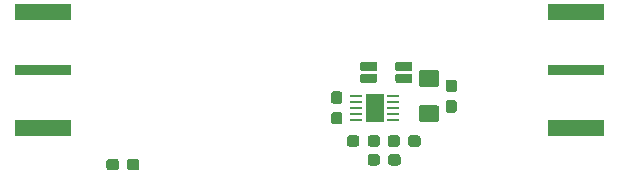
<source format=gbr>
G04 #@! TF.GenerationSoftware,KiCad,Pcbnew,(5.1.5)-3*
G04 #@! TF.CreationDate,2020-02-28T15:02:10-07:00*
G04 #@! TF.ProjectId,Straightener01,53747261-6967-4687-9465-6e657230312e,rev?*
G04 #@! TF.SameCoordinates,Original*
G04 #@! TF.FileFunction,Paste,Top*
G04 #@! TF.FilePolarity,Positive*
%FSLAX46Y46*%
G04 Gerber Fmt 4.6, Leading zero omitted, Abs format (unit mm)*
G04 Created by KiCad (PCBNEW (5.1.5)-3) date 2020-02-28 15:02:10*
%MOMM*%
%LPD*%
G04 APERTURE LIST*
%ADD10C,0.100000*%
%ADD11R,1.000000X0.250000*%
%ADD12R,1.650000X2.380000*%
%ADD13R,4.720000X0.860000*%
%ADD14R,4.720000X1.350000*%
G04 APERTURE END LIST*
D10*
G36*
X136081615Y-101115632D02*
G01*
X136094356Y-101117522D01*
X136106850Y-101120652D01*
X136118977Y-101124991D01*
X136130621Y-101130498D01*
X136141669Y-101137120D01*
X136152014Y-101144792D01*
X136161558Y-101153442D01*
X136170208Y-101162986D01*
X136177880Y-101173331D01*
X136184502Y-101184379D01*
X136190009Y-101196023D01*
X136194348Y-101208150D01*
X136197478Y-101220644D01*
X136199368Y-101233385D01*
X136200000Y-101246250D01*
X136200000Y-101733750D01*
X136199368Y-101746615D01*
X136197478Y-101759356D01*
X136194348Y-101771850D01*
X136190009Y-101783977D01*
X136184502Y-101795621D01*
X136177880Y-101806669D01*
X136170208Y-101817014D01*
X136161558Y-101826558D01*
X136152014Y-101835208D01*
X136141669Y-101842880D01*
X136130621Y-101849502D01*
X136118977Y-101855009D01*
X136106850Y-101859348D01*
X136094356Y-101862478D01*
X136081615Y-101864368D01*
X136068750Y-101865000D01*
X134906250Y-101865000D01*
X134893385Y-101864368D01*
X134880644Y-101862478D01*
X134868150Y-101859348D01*
X134856023Y-101855009D01*
X134844379Y-101849502D01*
X134833331Y-101842880D01*
X134822986Y-101835208D01*
X134813442Y-101826558D01*
X134804792Y-101817014D01*
X134797120Y-101806669D01*
X134790498Y-101795621D01*
X134784991Y-101783977D01*
X134780652Y-101771850D01*
X134777522Y-101759356D01*
X134775632Y-101746615D01*
X134775000Y-101733750D01*
X134775000Y-101246250D01*
X134775632Y-101233385D01*
X134777522Y-101220644D01*
X134780652Y-101208150D01*
X134784991Y-101196023D01*
X134790498Y-101184379D01*
X134797120Y-101173331D01*
X134804792Y-101162986D01*
X134813442Y-101153442D01*
X134822986Y-101144792D01*
X134833331Y-101137120D01*
X134844379Y-101130498D01*
X134856023Y-101124991D01*
X134868150Y-101120652D01*
X134880644Y-101117522D01*
X134893385Y-101115632D01*
X134906250Y-101115000D01*
X136068750Y-101115000D01*
X136081615Y-101115632D01*
G37*
G36*
X136081615Y-100115632D02*
G01*
X136094356Y-100117522D01*
X136106850Y-100120652D01*
X136118977Y-100124991D01*
X136130621Y-100130498D01*
X136141669Y-100137120D01*
X136152014Y-100144792D01*
X136161558Y-100153442D01*
X136170208Y-100162986D01*
X136177880Y-100173331D01*
X136184502Y-100184379D01*
X136190009Y-100196023D01*
X136194348Y-100208150D01*
X136197478Y-100220644D01*
X136199368Y-100233385D01*
X136200000Y-100246250D01*
X136200000Y-100733750D01*
X136199368Y-100746615D01*
X136197478Y-100759356D01*
X136194348Y-100771850D01*
X136190009Y-100783977D01*
X136184502Y-100795621D01*
X136177880Y-100806669D01*
X136170208Y-100817014D01*
X136161558Y-100826558D01*
X136152014Y-100835208D01*
X136141669Y-100842880D01*
X136130621Y-100849502D01*
X136118977Y-100855009D01*
X136106850Y-100859348D01*
X136094356Y-100862478D01*
X136081615Y-100864368D01*
X136068750Y-100865000D01*
X134906250Y-100865000D01*
X134893385Y-100864368D01*
X134880644Y-100862478D01*
X134868150Y-100859348D01*
X134856023Y-100855009D01*
X134844379Y-100849502D01*
X134833331Y-100842880D01*
X134822986Y-100835208D01*
X134813442Y-100826558D01*
X134804792Y-100817014D01*
X134797120Y-100806669D01*
X134790498Y-100795621D01*
X134784991Y-100783977D01*
X134780652Y-100771850D01*
X134777522Y-100759356D01*
X134775632Y-100746615D01*
X134775000Y-100733750D01*
X134775000Y-100246250D01*
X134775632Y-100233385D01*
X134777522Y-100220644D01*
X134780652Y-100208150D01*
X134784991Y-100196023D01*
X134790498Y-100184379D01*
X134797120Y-100173331D01*
X134804792Y-100162986D01*
X134813442Y-100153442D01*
X134822986Y-100144792D01*
X134833331Y-100137120D01*
X134844379Y-100130498D01*
X134856023Y-100124991D01*
X134868150Y-100120652D01*
X134880644Y-100117522D01*
X134893385Y-100115632D01*
X134906250Y-100115000D01*
X136068750Y-100115000D01*
X136081615Y-100115632D01*
G37*
G36*
X133106615Y-101115632D02*
G01*
X133119356Y-101117522D01*
X133131850Y-101120652D01*
X133143977Y-101124991D01*
X133155621Y-101130498D01*
X133166669Y-101137120D01*
X133177014Y-101144792D01*
X133186558Y-101153442D01*
X133195208Y-101162986D01*
X133202880Y-101173331D01*
X133209502Y-101184379D01*
X133215009Y-101196023D01*
X133219348Y-101208150D01*
X133222478Y-101220644D01*
X133224368Y-101233385D01*
X133225000Y-101246250D01*
X133225000Y-101733750D01*
X133224368Y-101746615D01*
X133222478Y-101759356D01*
X133219348Y-101771850D01*
X133215009Y-101783977D01*
X133209502Y-101795621D01*
X133202880Y-101806669D01*
X133195208Y-101817014D01*
X133186558Y-101826558D01*
X133177014Y-101835208D01*
X133166669Y-101842880D01*
X133155621Y-101849502D01*
X133143977Y-101855009D01*
X133131850Y-101859348D01*
X133119356Y-101862478D01*
X133106615Y-101864368D01*
X133093750Y-101865000D01*
X131931250Y-101865000D01*
X131918385Y-101864368D01*
X131905644Y-101862478D01*
X131893150Y-101859348D01*
X131881023Y-101855009D01*
X131869379Y-101849502D01*
X131858331Y-101842880D01*
X131847986Y-101835208D01*
X131838442Y-101826558D01*
X131829792Y-101817014D01*
X131822120Y-101806669D01*
X131815498Y-101795621D01*
X131809991Y-101783977D01*
X131805652Y-101771850D01*
X131802522Y-101759356D01*
X131800632Y-101746615D01*
X131800000Y-101733750D01*
X131800000Y-101246250D01*
X131800632Y-101233385D01*
X131802522Y-101220644D01*
X131805652Y-101208150D01*
X131809991Y-101196023D01*
X131815498Y-101184379D01*
X131822120Y-101173331D01*
X131829792Y-101162986D01*
X131838442Y-101153442D01*
X131847986Y-101144792D01*
X131858331Y-101137120D01*
X131869379Y-101130498D01*
X131881023Y-101124991D01*
X131893150Y-101120652D01*
X131905644Y-101117522D01*
X131918385Y-101115632D01*
X131931250Y-101115000D01*
X133093750Y-101115000D01*
X133106615Y-101115632D01*
G37*
G36*
X133106615Y-100115632D02*
G01*
X133119356Y-100117522D01*
X133131850Y-100120652D01*
X133143977Y-100124991D01*
X133155621Y-100130498D01*
X133166669Y-100137120D01*
X133177014Y-100144792D01*
X133186558Y-100153442D01*
X133195208Y-100162986D01*
X133202880Y-100173331D01*
X133209502Y-100184379D01*
X133215009Y-100196023D01*
X133219348Y-100208150D01*
X133222478Y-100220644D01*
X133224368Y-100233385D01*
X133225000Y-100246250D01*
X133225000Y-100733750D01*
X133224368Y-100746615D01*
X133222478Y-100759356D01*
X133219348Y-100771850D01*
X133215009Y-100783977D01*
X133209502Y-100795621D01*
X133202880Y-100806669D01*
X133195208Y-100817014D01*
X133186558Y-100826558D01*
X133177014Y-100835208D01*
X133166669Y-100842880D01*
X133155621Y-100849502D01*
X133143977Y-100855009D01*
X133131850Y-100859348D01*
X133119356Y-100862478D01*
X133106615Y-100864368D01*
X133093750Y-100865000D01*
X131931250Y-100865000D01*
X131918385Y-100864368D01*
X131905644Y-100862478D01*
X131893150Y-100859348D01*
X131881023Y-100855009D01*
X131869379Y-100849502D01*
X131858331Y-100842880D01*
X131847986Y-100835208D01*
X131838442Y-100826558D01*
X131829792Y-100817014D01*
X131822120Y-100806669D01*
X131815498Y-100795621D01*
X131809991Y-100783977D01*
X131805652Y-100771850D01*
X131802522Y-100759356D01*
X131800632Y-100746615D01*
X131800000Y-100733750D01*
X131800000Y-100246250D01*
X131800632Y-100233385D01*
X131802522Y-100220644D01*
X131805652Y-100208150D01*
X131809991Y-100196023D01*
X131815498Y-100184379D01*
X131822120Y-100173331D01*
X131829792Y-100162986D01*
X131838442Y-100153442D01*
X131847986Y-100144792D01*
X131858331Y-100137120D01*
X131869379Y-100130498D01*
X131881023Y-100124991D01*
X131893150Y-100120652D01*
X131905644Y-100117522D01*
X131918385Y-100115632D01*
X131931250Y-100115000D01*
X133093750Y-100115000D01*
X133106615Y-100115632D01*
G37*
G36*
X138250069Y-100801201D02*
G01*
X138274276Y-100804792D01*
X138298015Y-100810738D01*
X138321057Y-100818982D01*
X138343180Y-100829446D01*
X138364171Y-100842027D01*
X138383827Y-100856605D01*
X138401960Y-100873040D01*
X138418395Y-100891173D01*
X138432973Y-100910829D01*
X138445554Y-100931820D01*
X138456018Y-100953943D01*
X138464262Y-100976985D01*
X138470208Y-101000724D01*
X138473799Y-101024931D01*
X138475000Y-101049374D01*
X138475000Y-101975626D01*
X138473799Y-102000069D01*
X138470208Y-102024276D01*
X138464262Y-102048015D01*
X138456018Y-102071057D01*
X138445554Y-102093180D01*
X138432973Y-102114171D01*
X138418395Y-102133827D01*
X138401960Y-102151960D01*
X138383827Y-102168395D01*
X138364171Y-102182973D01*
X138343180Y-102195554D01*
X138321057Y-102206018D01*
X138298015Y-102214262D01*
X138274276Y-102220208D01*
X138250069Y-102223799D01*
X138225626Y-102225000D01*
X136974374Y-102225000D01*
X136949931Y-102223799D01*
X136925724Y-102220208D01*
X136901985Y-102214262D01*
X136878943Y-102206018D01*
X136856820Y-102195554D01*
X136835829Y-102182973D01*
X136816173Y-102168395D01*
X136798040Y-102151960D01*
X136781605Y-102133827D01*
X136767027Y-102114171D01*
X136754446Y-102093180D01*
X136743982Y-102071057D01*
X136735738Y-102048015D01*
X136729792Y-102024276D01*
X136726201Y-102000069D01*
X136725000Y-101975626D01*
X136725000Y-101049374D01*
X136726201Y-101024931D01*
X136729792Y-101000724D01*
X136735738Y-100976985D01*
X136743982Y-100953943D01*
X136754446Y-100931820D01*
X136767027Y-100910829D01*
X136781605Y-100891173D01*
X136798040Y-100873040D01*
X136816173Y-100856605D01*
X136835829Y-100842027D01*
X136856820Y-100829446D01*
X136878943Y-100818982D01*
X136901985Y-100810738D01*
X136925724Y-100804792D01*
X136949931Y-100801201D01*
X136974374Y-100800000D01*
X138225626Y-100800000D01*
X138250069Y-100801201D01*
G37*
G36*
X138249504Y-103776204D02*
G01*
X138273773Y-103779804D01*
X138297571Y-103785765D01*
X138320671Y-103794030D01*
X138342849Y-103804520D01*
X138363893Y-103817133D01*
X138383598Y-103831747D01*
X138401777Y-103848223D01*
X138418253Y-103866402D01*
X138432867Y-103886107D01*
X138445480Y-103907151D01*
X138455970Y-103929329D01*
X138464235Y-103952429D01*
X138470196Y-103976227D01*
X138473796Y-104000496D01*
X138475000Y-104025000D01*
X138475000Y-104950000D01*
X138473796Y-104974504D01*
X138470196Y-104998773D01*
X138464235Y-105022571D01*
X138455970Y-105045671D01*
X138445480Y-105067849D01*
X138432867Y-105088893D01*
X138418253Y-105108598D01*
X138401777Y-105126777D01*
X138383598Y-105143253D01*
X138363893Y-105157867D01*
X138342849Y-105170480D01*
X138320671Y-105180970D01*
X138297571Y-105189235D01*
X138273773Y-105195196D01*
X138249504Y-105198796D01*
X138225000Y-105200000D01*
X136975000Y-105200000D01*
X136950496Y-105198796D01*
X136926227Y-105195196D01*
X136902429Y-105189235D01*
X136879329Y-105180970D01*
X136857151Y-105170480D01*
X136836107Y-105157867D01*
X136816402Y-105143253D01*
X136798223Y-105126777D01*
X136781747Y-105108598D01*
X136767133Y-105088893D01*
X136754520Y-105067849D01*
X136744030Y-105045671D01*
X136735765Y-105022571D01*
X136729804Y-104998773D01*
X136726204Y-104974504D01*
X136725000Y-104950000D01*
X136725000Y-104025000D01*
X136726204Y-104000496D01*
X136729804Y-103976227D01*
X136735765Y-103952429D01*
X136744030Y-103929329D01*
X136754520Y-103907151D01*
X136767133Y-103886107D01*
X136781747Y-103866402D01*
X136798223Y-103848223D01*
X136816402Y-103831747D01*
X136836107Y-103817133D01*
X136857151Y-103804520D01*
X136879329Y-103794030D01*
X136902429Y-103785765D01*
X136926227Y-103779804D01*
X136950496Y-103776204D01*
X136975000Y-103775000D01*
X138225000Y-103775000D01*
X138249504Y-103776204D01*
G37*
D11*
X131475000Y-103000000D03*
X131475000Y-103500000D03*
X131475000Y-104000000D03*
X131475000Y-104500000D03*
X131475000Y-105000000D03*
X134525000Y-105000000D03*
X134525000Y-104500000D03*
X134525000Y-104000000D03*
X134525000Y-103500000D03*
X134525000Y-103000000D03*
D12*
X133000000Y-104000000D03*
D13*
X104900000Y-100800000D03*
D14*
X104900000Y-105725000D03*
X104900000Y-95875000D03*
X150100000Y-105725000D03*
X150100000Y-95875000D03*
D13*
X150100000Y-100800000D03*
D10*
G36*
X112885779Y-108326144D02*
G01*
X112908834Y-108329563D01*
X112931443Y-108335227D01*
X112953387Y-108343079D01*
X112974457Y-108353044D01*
X112994448Y-108365026D01*
X113013168Y-108378910D01*
X113030438Y-108394562D01*
X113046090Y-108411832D01*
X113059974Y-108430552D01*
X113071956Y-108450543D01*
X113081921Y-108471613D01*
X113089773Y-108493557D01*
X113095437Y-108516166D01*
X113098856Y-108539221D01*
X113100000Y-108562500D01*
X113100000Y-109037500D01*
X113098856Y-109060779D01*
X113095437Y-109083834D01*
X113089773Y-109106443D01*
X113081921Y-109128387D01*
X113071956Y-109149457D01*
X113059974Y-109169448D01*
X113046090Y-109188168D01*
X113030438Y-109205438D01*
X113013168Y-109221090D01*
X112994448Y-109234974D01*
X112974457Y-109246956D01*
X112953387Y-109256921D01*
X112931443Y-109264773D01*
X112908834Y-109270437D01*
X112885779Y-109273856D01*
X112862500Y-109275000D01*
X112287500Y-109275000D01*
X112264221Y-109273856D01*
X112241166Y-109270437D01*
X112218557Y-109264773D01*
X112196613Y-109256921D01*
X112175543Y-109246956D01*
X112155552Y-109234974D01*
X112136832Y-109221090D01*
X112119562Y-109205438D01*
X112103910Y-109188168D01*
X112090026Y-109169448D01*
X112078044Y-109149457D01*
X112068079Y-109128387D01*
X112060227Y-109106443D01*
X112054563Y-109083834D01*
X112051144Y-109060779D01*
X112050000Y-109037500D01*
X112050000Y-108562500D01*
X112051144Y-108539221D01*
X112054563Y-108516166D01*
X112060227Y-108493557D01*
X112068079Y-108471613D01*
X112078044Y-108450543D01*
X112090026Y-108430552D01*
X112103910Y-108411832D01*
X112119562Y-108394562D01*
X112136832Y-108378910D01*
X112155552Y-108365026D01*
X112175543Y-108353044D01*
X112196613Y-108343079D01*
X112218557Y-108335227D01*
X112241166Y-108329563D01*
X112264221Y-108326144D01*
X112287500Y-108325000D01*
X112862500Y-108325000D01*
X112885779Y-108326144D01*
G37*
G36*
X111135779Y-108326144D02*
G01*
X111158834Y-108329563D01*
X111181443Y-108335227D01*
X111203387Y-108343079D01*
X111224457Y-108353044D01*
X111244448Y-108365026D01*
X111263168Y-108378910D01*
X111280438Y-108394562D01*
X111296090Y-108411832D01*
X111309974Y-108430552D01*
X111321956Y-108450543D01*
X111331921Y-108471613D01*
X111339773Y-108493557D01*
X111345437Y-108516166D01*
X111348856Y-108539221D01*
X111350000Y-108562500D01*
X111350000Y-109037500D01*
X111348856Y-109060779D01*
X111345437Y-109083834D01*
X111339773Y-109106443D01*
X111331921Y-109128387D01*
X111321956Y-109149457D01*
X111309974Y-109169448D01*
X111296090Y-109188168D01*
X111280438Y-109205438D01*
X111263168Y-109221090D01*
X111244448Y-109234974D01*
X111224457Y-109246956D01*
X111203387Y-109256921D01*
X111181443Y-109264773D01*
X111158834Y-109270437D01*
X111135779Y-109273856D01*
X111112500Y-109275000D01*
X110537500Y-109275000D01*
X110514221Y-109273856D01*
X110491166Y-109270437D01*
X110468557Y-109264773D01*
X110446613Y-109256921D01*
X110425543Y-109246956D01*
X110405552Y-109234974D01*
X110386832Y-109221090D01*
X110369562Y-109205438D01*
X110353910Y-109188168D01*
X110340026Y-109169448D01*
X110328044Y-109149457D01*
X110318079Y-109128387D01*
X110310227Y-109106443D01*
X110304563Y-109083834D01*
X110301144Y-109060779D01*
X110300000Y-109037500D01*
X110300000Y-108562500D01*
X110301144Y-108539221D01*
X110304563Y-108516166D01*
X110310227Y-108493557D01*
X110318079Y-108471613D01*
X110328044Y-108450543D01*
X110340026Y-108430552D01*
X110353910Y-108411832D01*
X110369562Y-108394562D01*
X110386832Y-108378910D01*
X110405552Y-108365026D01*
X110425543Y-108353044D01*
X110446613Y-108343079D01*
X110468557Y-108335227D01*
X110491166Y-108329563D01*
X110514221Y-108326144D01*
X110537500Y-108325000D01*
X111112500Y-108325000D01*
X111135779Y-108326144D01*
G37*
G36*
X130060779Y-102601144D02*
G01*
X130083834Y-102604563D01*
X130106443Y-102610227D01*
X130128387Y-102618079D01*
X130149457Y-102628044D01*
X130169448Y-102640026D01*
X130188168Y-102653910D01*
X130205438Y-102669562D01*
X130221090Y-102686832D01*
X130234974Y-102705552D01*
X130246956Y-102725543D01*
X130256921Y-102746613D01*
X130264773Y-102768557D01*
X130270437Y-102791166D01*
X130273856Y-102814221D01*
X130275000Y-102837500D01*
X130275000Y-103412500D01*
X130273856Y-103435779D01*
X130270437Y-103458834D01*
X130264773Y-103481443D01*
X130256921Y-103503387D01*
X130246956Y-103524457D01*
X130234974Y-103544448D01*
X130221090Y-103563168D01*
X130205438Y-103580438D01*
X130188168Y-103596090D01*
X130169448Y-103609974D01*
X130149457Y-103621956D01*
X130128387Y-103631921D01*
X130106443Y-103639773D01*
X130083834Y-103645437D01*
X130060779Y-103648856D01*
X130037500Y-103650000D01*
X129562500Y-103650000D01*
X129539221Y-103648856D01*
X129516166Y-103645437D01*
X129493557Y-103639773D01*
X129471613Y-103631921D01*
X129450543Y-103621956D01*
X129430552Y-103609974D01*
X129411832Y-103596090D01*
X129394562Y-103580438D01*
X129378910Y-103563168D01*
X129365026Y-103544448D01*
X129353044Y-103524457D01*
X129343079Y-103503387D01*
X129335227Y-103481443D01*
X129329563Y-103458834D01*
X129326144Y-103435779D01*
X129325000Y-103412500D01*
X129325000Y-102837500D01*
X129326144Y-102814221D01*
X129329563Y-102791166D01*
X129335227Y-102768557D01*
X129343079Y-102746613D01*
X129353044Y-102725543D01*
X129365026Y-102705552D01*
X129378910Y-102686832D01*
X129394562Y-102669562D01*
X129411832Y-102653910D01*
X129430552Y-102640026D01*
X129450543Y-102628044D01*
X129471613Y-102618079D01*
X129493557Y-102610227D01*
X129516166Y-102604563D01*
X129539221Y-102601144D01*
X129562500Y-102600000D01*
X130037500Y-102600000D01*
X130060779Y-102601144D01*
G37*
G36*
X130060779Y-104351144D02*
G01*
X130083834Y-104354563D01*
X130106443Y-104360227D01*
X130128387Y-104368079D01*
X130149457Y-104378044D01*
X130169448Y-104390026D01*
X130188168Y-104403910D01*
X130205438Y-104419562D01*
X130221090Y-104436832D01*
X130234974Y-104455552D01*
X130246956Y-104475543D01*
X130256921Y-104496613D01*
X130264773Y-104518557D01*
X130270437Y-104541166D01*
X130273856Y-104564221D01*
X130275000Y-104587500D01*
X130275000Y-105162500D01*
X130273856Y-105185779D01*
X130270437Y-105208834D01*
X130264773Y-105231443D01*
X130256921Y-105253387D01*
X130246956Y-105274457D01*
X130234974Y-105294448D01*
X130221090Y-105313168D01*
X130205438Y-105330438D01*
X130188168Y-105346090D01*
X130169448Y-105359974D01*
X130149457Y-105371956D01*
X130128387Y-105381921D01*
X130106443Y-105389773D01*
X130083834Y-105395437D01*
X130060779Y-105398856D01*
X130037500Y-105400000D01*
X129562500Y-105400000D01*
X129539221Y-105398856D01*
X129516166Y-105395437D01*
X129493557Y-105389773D01*
X129471613Y-105381921D01*
X129450543Y-105371956D01*
X129430552Y-105359974D01*
X129411832Y-105346090D01*
X129394562Y-105330438D01*
X129378910Y-105313168D01*
X129365026Y-105294448D01*
X129353044Y-105274457D01*
X129343079Y-105253387D01*
X129335227Y-105231443D01*
X129329563Y-105208834D01*
X129326144Y-105185779D01*
X129325000Y-105162500D01*
X129325000Y-104587500D01*
X129326144Y-104564221D01*
X129329563Y-104541166D01*
X129335227Y-104518557D01*
X129343079Y-104496613D01*
X129353044Y-104475543D01*
X129365026Y-104455552D01*
X129378910Y-104436832D01*
X129394562Y-104419562D01*
X129411832Y-104403910D01*
X129430552Y-104390026D01*
X129450543Y-104378044D01*
X129471613Y-104368079D01*
X129493557Y-104360227D01*
X129516166Y-104354563D01*
X129539221Y-104351144D01*
X129562500Y-104350000D01*
X130037500Y-104350000D01*
X130060779Y-104351144D01*
G37*
G36*
X133245779Y-106326144D02*
G01*
X133268834Y-106329563D01*
X133291443Y-106335227D01*
X133313387Y-106343079D01*
X133334457Y-106353044D01*
X133354448Y-106365026D01*
X133373168Y-106378910D01*
X133390438Y-106394562D01*
X133406090Y-106411832D01*
X133419974Y-106430552D01*
X133431956Y-106450543D01*
X133441921Y-106471613D01*
X133449773Y-106493557D01*
X133455437Y-106516166D01*
X133458856Y-106539221D01*
X133460000Y-106562500D01*
X133460000Y-107037500D01*
X133458856Y-107060779D01*
X133455437Y-107083834D01*
X133449773Y-107106443D01*
X133441921Y-107128387D01*
X133431956Y-107149457D01*
X133419974Y-107169448D01*
X133406090Y-107188168D01*
X133390438Y-107205438D01*
X133373168Y-107221090D01*
X133354448Y-107234974D01*
X133334457Y-107246956D01*
X133313387Y-107256921D01*
X133291443Y-107264773D01*
X133268834Y-107270437D01*
X133245779Y-107273856D01*
X133222500Y-107275000D01*
X132647500Y-107275000D01*
X132624221Y-107273856D01*
X132601166Y-107270437D01*
X132578557Y-107264773D01*
X132556613Y-107256921D01*
X132535543Y-107246956D01*
X132515552Y-107234974D01*
X132496832Y-107221090D01*
X132479562Y-107205438D01*
X132463910Y-107188168D01*
X132450026Y-107169448D01*
X132438044Y-107149457D01*
X132428079Y-107128387D01*
X132420227Y-107106443D01*
X132414563Y-107083834D01*
X132411144Y-107060779D01*
X132410000Y-107037500D01*
X132410000Y-106562500D01*
X132411144Y-106539221D01*
X132414563Y-106516166D01*
X132420227Y-106493557D01*
X132428079Y-106471613D01*
X132438044Y-106450543D01*
X132450026Y-106430552D01*
X132463910Y-106411832D01*
X132479562Y-106394562D01*
X132496832Y-106378910D01*
X132515552Y-106365026D01*
X132535543Y-106353044D01*
X132556613Y-106343079D01*
X132578557Y-106335227D01*
X132601166Y-106329563D01*
X132624221Y-106326144D01*
X132647500Y-106325000D01*
X133222500Y-106325000D01*
X133245779Y-106326144D01*
G37*
G36*
X131495779Y-106326144D02*
G01*
X131518834Y-106329563D01*
X131541443Y-106335227D01*
X131563387Y-106343079D01*
X131584457Y-106353044D01*
X131604448Y-106365026D01*
X131623168Y-106378910D01*
X131640438Y-106394562D01*
X131656090Y-106411832D01*
X131669974Y-106430552D01*
X131681956Y-106450543D01*
X131691921Y-106471613D01*
X131699773Y-106493557D01*
X131705437Y-106516166D01*
X131708856Y-106539221D01*
X131710000Y-106562500D01*
X131710000Y-107037500D01*
X131708856Y-107060779D01*
X131705437Y-107083834D01*
X131699773Y-107106443D01*
X131691921Y-107128387D01*
X131681956Y-107149457D01*
X131669974Y-107169448D01*
X131656090Y-107188168D01*
X131640438Y-107205438D01*
X131623168Y-107221090D01*
X131604448Y-107234974D01*
X131584457Y-107246956D01*
X131563387Y-107256921D01*
X131541443Y-107264773D01*
X131518834Y-107270437D01*
X131495779Y-107273856D01*
X131472500Y-107275000D01*
X130897500Y-107275000D01*
X130874221Y-107273856D01*
X130851166Y-107270437D01*
X130828557Y-107264773D01*
X130806613Y-107256921D01*
X130785543Y-107246956D01*
X130765552Y-107234974D01*
X130746832Y-107221090D01*
X130729562Y-107205438D01*
X130713910Y-107188168D01*
X130700026Y-107169448D01*
X130688044Y-107149457D01*
X130678079Y-107128387D01*
X130670227Y-107106443D01*
X130664563Y-107083834D01*
X130661144Y-107060779D01*
X130660000Y-107037500D01*
X130660000Y-106562500D01*
X130661144Y-106539221D01*
X130664563Y-106516166D01*
X130670227Y-106493557D01*
X130678079Y-106471613D01*
X130688044Y-106450543D01*
X130700026Y-106430552D01*
X130713910Y-106411832D01*
X130729562Y-106394562D01*
X130746832Y-106378910D01*
X130765552Y-106365026D01*
X130785543Y-106353044D01*
X130806613Y-106343079D01*
X130828557Y-106335227D01*
X130851166Y-106329563D01*
X130874221Y-106326144D01*
X130897500Y-106325000D01*
X131472500Y-106325000D01*
X131495779Y-106326144D01*
G37*
G36*
X139760779Y-103351144D02*
G01*
X139783834Y-103354563D01*
X139806443Y-103360227D01*
X139828387Y-103368079D01*
X139849457Y-103378044D01*
X139869448Y-103390026D01*
X139888168Y-103403910D01*
X139905438Y-103419562D01*
X139921090Y-103436832D01*
X139934974Y-103455552D01*
X139946956Y-103475543D01*
X139956921Y-103496613D01*
X139964773Y-103518557D01*
X139970437Y-103541166D01*
X139973856Y-103564221D01*
X139975000Y-103587500D01*
X139975000Y-104162500D01*
X139973856Y-104185779D01*
X139970437Y-104208834D01*
X139964773Y-104231443D01*
X139956921Y-104253387D01*
X139946956Y-104274457D01*
X139934974Y-104294448D01*
X139921090Y-104313168D01*
X139905438Y-104330438D01*
X139888168Y-104346090D01*
X139869448Y-104359974D01*
X139849457Y-104371956D01*
X139828387Y-104381921D01*
X139806443Y-104389773D01*
X139783834Y-104395437D01*
X139760779Y-104398856D01*
X139737500Y-104400000D01*
X139262500Y-104400000D01*
X139239221Y-104398856D01*
X139216166Y-104395437D01*
X139193557Y-104389773D01*
X139171613Y-104381921D01*
X139150543Y-104371956D01*
X139130552Y-104359974D01*
X139111832Y-104346090D01*
X139094562Y-104330438D01*
X139078910Y-104313168D01*
X139065026Y-104294448D01*
X139053044Y-104274457D01*
X139043079Y-104253387D01*
X139035227Y-104231443D01*
X139029563Y-104208834D01*
X139026144Y-104185779D01*
X139025000Y-104162500D01*
X139025000Y-103587500D01*
X139026144Y-103564221D01*
X139029563Y-103541166D01*
X139035227Y-103518557D01*
X139043079Y-103496613D01*
X139053044Y-103475543D01*
X139065026Y-103455552D01*
X139078910Y-103436832D01*
X139094562Y-103419562D01*
X139111832Y-103403910D01*
X139130552Y-103390026D01*
X139150543Y-103378044D01*
X139171613Y-103368079D01*
X139193557Y-103360227D01*
X139216166Y-103354563D01*
X139239221Y-103351144D01*
X139262500Y-103350000D01*
X139737500Y-103350000D01*
X139760779Y-103351144D01*
G37*
G36*
X139760779Y-101601144D02*
G01*
X139783834Y-101604563D01*
X139806443Y-101610227D01*
X139828387Y-101618079D01*
X139849457Y-101628044D01*
X139869448Y-101640026D01*
X139888168Y-101653910D01*
X139905438Y-101669562D01*
X139921090Y-101686832D01*
X139934974Y-101705552D01*
X139946956Y-101725543D01*
X139956921Y-101746613D01*
X139964773Y-101768557D01*
X139970437Y-101791166D01*
X139973856Y-101814221D01*
X139975000Y-101837500D01*
X139975000Y-102412500D01*
X139973856Y-102435779D01*
X139970437Y-102458834D01*
X139964773Y-102481443D01*
X139956921Y-102503387D01*
X139946956Y-102524457D01*
X139934974Y-102544448D01*
X139921090Y-102563168D01*
X139905438Y-102580438D01*
X139888168Y-102596090D01*
X139869448Y-102609974D01*
X139849457Y-102621956D01*
X139828387Y-102631921D01*
X139806443Y-102639773D01*
X139783834Y-102645437D01*
X139760779Y-102648856D01*
X139737500Y-102650000D01*
X139262500Y-102650000D01*
X139239221Y-102648856D01*
X139216166Y-102645437D01*
X139193557Y-102639773D01*
X139171613Y-102631921D01*
X139150543Y-102621956D01*
X139130552Y-102609974D01*
X139111832Y-102596090D01*
X139094562Y-102580438D01*
X139078910Y-102563168D01*
X139065026Y-102544448D01*
X139053044Y-102524457D01*
X139043079Y-102503387D01*
X139035227Y-102481443D01*
X139029563Y-102458834D01*
X139026144Y-102435779D01*
X139025000Y-102412500D01*
X139025000Y-101837500D01*
X139026144Y-101814221D01*
X139029563Y-101791166D01*
X139035227Y-101768557D01*
X139043079Y-101746613D01*
X139053044Y-101725543D01*
X139065026Y-101705552D01*
X139078910Y-101686832D01*
X139094562Y-101669562D01*
X139111832Y-101653910D01*
X139130552Y-101640026D01*
X139150543Y-101628044D01*
X139171613Y-101618079D01*
X139193557Y-101610227D01*
X139216166Y-101604563D01*
X139239221Y-101601144D01*
X139262500Y-101600000D01*
X139737500Y-101600000D01*
X139760779Y-101601144D01*
G37*
G36*
X134935779Y-106326144D02*
G01*
X134958834Y-106329563D01*
X134981443Y-106335227D01*
X135003387Y-106343079D01*
X135024457Y-106353044D01*
X135044448Y-106365026D01*
X135063168Y-106378910D01*
X135080438Y-106394562D01*
X135096090Y-106411832D01*
X135109974Y-106430552D01*
X135121956Y-106450543D01*
X135131921Y-106471613D01*
X135139773Y-106493557D01*
X135145437Y-106516166D01*
X135148856Y-106539221D01*
X135150000Y-106562500D01*
X135150000Y-107037500D01*
X135148856Y-107060779D01*
X135145437Y-107083834D01*
X135139773Y-107106443D01*
X135131921Y-107128387D01*
X135121956Y-107149457D01*
X135109974Y-107169448D01*
X135096090Y-107188168D01*
X135080438Y-107205438D01*
X135063168Y-107221090D01*
X135044448Y-107234974D01*
X135024457Y-107246956D01*
X135003387Y-107256921D01*
X134981443Y-107264773D01*
X134958834Y-107270437D01*
X134935779Y-107273856D01*
X134912500Y-107275000D01*
X134337500Y-107275000D01*
X134314221Y-107273856D01*
X134291166Y-107270437D01*
X134268557Y-107264773D01*
X134246613Y-107256921D01*
X134225543Y-107246956D01*
X134205552Y-107234974D01*
X134186832Y-107221090D01*
X134169562Y-107205438D01*
X134153910Y-107188168D01*
X134140026Y-107169448D01*
X134128044Y-107149457D01*
X134118079Y-107128387D01*
X134110227Y-107106443D01*
X134104563Y-107083834D01*
X134101144Y-107060779D01*
X134100000Y-107037500D01*
X134100000Y-106562500D01*
X134101144Y-106539221D01*
X134104563Y-106516166D01*
X134110227Y-106493557D01*
X134118079Y-106471613D01*
X134128044Y-106450543D01*
X134140026Y-106430552D01*
X134153910Y-106411832D01*
X134169562Y-106394562D01*
X134186832Y-106378910D01*
X134205552Y-106365026D01*
X134225543Y-106353044D01*
X134246613Y-106343079D01*
X134268557Y-106335227D01*
X134291166Y-106329563D01*
X134314221Y-106326144D01*
X134337500Y-106325000D01*
X134912500Y-106325000D01*
X134935779Y-106326144D01*
G37*
G36*
X136685779Y-106326144D02*
G01*
X136708834Y-106329563D01*
X136731443Y-106335227D01*
X136753387Y-106343079D01*
X136774457Y-106353044D01*
X136794448Y-106365026D01*
X136813168Y-106378910D01*
X136830438Y-106394562D01*
X136846090Y-106411832D01*
X136859974Y-106430552D01*
X136871956Y-106450543D01*
X136881921Y-106471613D01*
X136889773Y-106493557D01*
X136895437Y-106516166D01*
X136898856Y-106539221D01*
X136900000Y-106562500D01*
X136900000Y-107037500D01*
X136898856Y-107060779D01*
X136895437Y-107083834D01*
X136889773Y-107106443D01*
X136881921Y-107128387D01*
X136871956Y-107149457D01*
X136859974Y-107169448D01*
X136846090Y-107188168D01*
X136830438Y-107205438D01*
X136813168Y-107221090D01*
X136794448Y-107234974D01*
X136774457Y-107246956D01*
X136753387Y-107256921D01*
X136731443Y-107264773D01*
X136708834Y-107270437D01*
X136685779Y-107273856D01*
X136662500Y-107275000D01*
X136087500Y-107275000D01*
X136064221Y-107273856D01*
X136041166Y-107270437D01*
X136018557Y-107264773D01*
X135996613Y-107256921D01*
X135975543Y-107246956D01*
X135955552Y-107234974D01*
X135936832Y-107221090D01*
X135919562Y-107205438D01*
X135903910Y-107188168D01*
X135890026Y-107169448D01*
X135878044Y-107149457D01*
X135868079Y-107128387D01*
X135860227Y-107106443D01*
X135854563Y-107083834D01*
X135851144Y-107060779D01*
X135850000Y-107037500D01*
X135850000Y-106562500D01*
X135851144Y-106539221D01*
X135854563Y-106516166D01*
X135860227Y-106493557D01*
X135868079Y-106471613D01*
X135878044Y-106450543D01*
X135890026Y-106430552D01*
X135903910Y-106411832D01*
X135919562Y-106394562D01*
X135936832Y-106378910D01*
X135955552Y-106365026D01*
X135975543Y-106353044D01*
X135996613Y-106343079D01*
X136018557Y-106335227D01*
X136041166Y-106329563D01*
X136064221Y-106326144D01*
X136087500Y-106325000D01*
X136662500Y-106325000D01*
X136685779Y-106326144D01*
G37*
G36*
X134995779Y-107926144D02*
G01*
X135018834Y-107929563D01*
X135041443Y-107935227D01*
X135063387Y-107943079D01*
X135084457Y-107953044D01*
X135104448Y-107965026D01*
X135123168Y-107978910D01*
X135140438Y-107994562D01*
X135156090Y-108011832D01*
X135169974Y-108030552D01*
X135181956Y-108050543D01*
X135191921Y-108071613D01*
X135199773Y-108093557D01*
X135205437Y-108116166D01*
X135208856Y-108139221D01*
X135210000Y-108162500D01*
X135210000Y-108637500D01*
X135208856Y-108660779D01*
X135205437Y-108683834D01*
X135199773Y-108706443D01*
X135191921Y-108728387D01*
X135181956Y-108749457D01*
X135169974Y-108769448D01*
X135156090Y-108788168D01*
X135140438Y-108805438D01*
X135123168Y-108821090D01*
X135104448Y-108834974D01*
X135084457Y-108846956D01*
X135063387Y-108856921D01*
X135041443Y-108864773D01*
X135018834Y-108870437D01*
X134995779Y-108873856D01*
X134972500Y-108875000D01*
X134397500Y-108875000D01*
X134374221Y-108873856D01*
X134351166Y-108870437D01*
X134328557Y-108864773D01*
X134306613Y-108856921D01*
X134285543Y-108846956D01*
X134265552Y-108834974D01*
X134246832Y-108821090D01*
X134229562Y-108805438D01*
X134213910Y-108788168D01*
X134200026Y-108769448D01*
X134188044Y-108749457D01*
X134178079Y-108728387D01*
X134170227Y-108706443D01*
X134164563Y-108683834D01*
X134161144Y-108660779D01*
X134160000Y-108637500D01*
X134160000Y-108162500D01*
X134161144Y-108139221D01*
X134164563Y-108116166D01*
X134170227Y-108093557D01*
X134178079Y-108071613D01*
X134188044Y-108050543D01*
X134200026Y-108030552D01*
X134213910Y-108011832D01*
X134229562Y-107994562D01*
X134246832Y-107978910D01*
X134265552Y-107965026D01*
X134285543Y-107953044D01*
X134306613Y-107943079D01*
X134328557Y-107935227D01*
X134351166Y-107929563D01*
X134374221Y-107926144D01*
X134397500Y-107925000D01*
X134972500Y-107925000D01*
X134995779Y-107926144D01*
G37*
G36*
X133245779Y-107926144D02*
G01*
X133268834Y-107929563D01*
X133291443Y-107935227D01*
X133313387Y-107943079D01*
X133334457Y-107953044D01*
X133354448Y-107965026D01*
X133373168Y-107978910D01*
X133390438Y-107994562D01*
X133406090Y-108011832D01*
X133419974Y-108030552D01*
X133431956Y-108050543D01*
X133441921Y-108071613D01*
X133449773Y-108093557D01*
X133455437Y-108116166D01*
X133458856Y-108139221D01*
X133460000Y-108162500D01*
X133460000Y-108637500D01*
X133458856Y-108660779D01*
X133455437Y-108683834D01*
X133449773Y-108706443D01*
X133441921Y-108728387D01*
X133431956Y-108749457D01*
X133419974Y-108769448D01*
X133406090Y-108788168D01*
X133390438Y-108805438D01*
X133373168Y-108821090D01*
X133354448Y-108834974D01*
X133334457Y-108846956D01*
X133313387Y-108856921D01*
X133291443Y-108864773D01*
X133268834Y-108870437D01*
X133245779Y-108873856D01*
X133222500Y-108875000D01*
X132647500Y-108875000D01*
X132624221Y-108873856D01*
X132601166Y-108870437D01*
X132578557Y-108864773D01*
X132556613Y-108856921D01*
X132535543Y-108846956D01*
X132515552Y-108834974D01*
X132496832Y-108821090D01*
X132479562Y-108805438D01*
X132463910Y-108788168D01*
X132450026Y-108769448D01*
X132438044Y-108749457D01*
X132428079Y-108728387D01*
X132420227Y-108706443D01*
X132414563Y-108683834D01*
X132411144Y-108660779D01*
X132410000Y-108637500D01*
X132410000Y-108162500D01*
X132411144Y-108139221D01*
X132414563Y-108116166D01*
X132420227Y-108093557D01*
X132428079Y-108071613D01*
X132438044Y-108050543D01*
X132450026Y-108030552D01*
X132463910Y-108011832D01*
X132479562Y-107994562D01*
X132496832Y-107978910D01*
X132515552Y-107965026D01*
X132535543Y-107953044D01*
X132556613Y-107943079D01*
X132578557Y-107935227D01*
X132601166Y-107929563D01*
X132624221Y-107926144D01*
X132647500Y-107925000D01*
X133222500Y-107925000D01*
X133245779Y-107926144D01*
G37*
M02*

</source>
